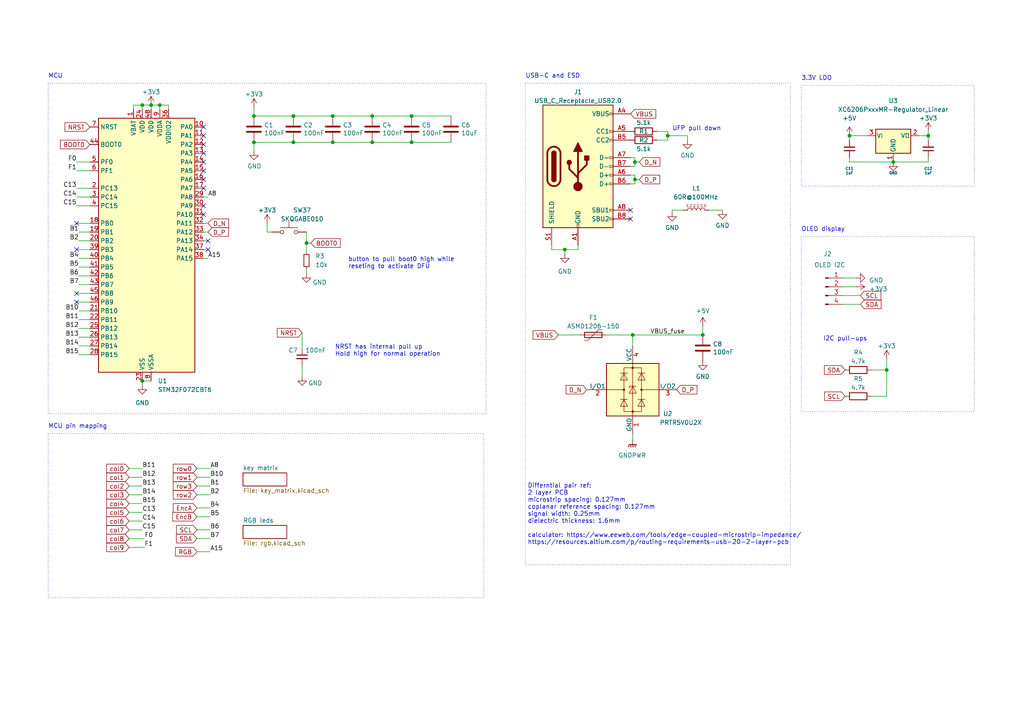
<source format=kicad_sch>
(kicad_sch (version 20230121) (generator eeschema)
  (paper "A4")
  (title_block (title "Hotswap Chiffre") (date "2023-07-13") (rev "0.2.2") (company "sporkus"))
  (lib_symbols
    (symbol "+5V_1" (power) (pin_names (offset 0))
      (property "Value" "+5V_1" (at 0 3.556 0))
      (symbol "+5V_1_0_1"
        (polyline (pts (xy -0.762 1.27) (xy 0 2.54)))
        (polyline (pts (xy 0 0) (xy 0 2.54)))
        (polyline (pts (xy 0 2.54) (xy 0.762 1.27)))
      )
      (symbol "+5V_1_1_1"
        (pin power_in line (at 0 0 90) (length 0) hide (name "+5V") (number "1"))
      )
    )
    (symbol "Connector:Conn_01x04_Pin" (pin_names (offset 1.016) hide)
      (property "Reference" "J" (at 0 5.08 0))
      (property "Value" "Conn_01x04_Pin" (at 0 -7.62 0))
      (symbol "Conn_01x04_Pin_1_1"
        (polyline (pts (xy 1.27 -5.08) (xy 0.8636 -5.08)) (stroke (width 0.1524)))
        (polyline (pts (xy 1.27 -2.54) (xy 0.8636 -2.54)) (stroke (width 0.1524)))
        (polyline (pts (xy 1.27 0) (xy 0.8636 0)) (stroke (width 0.1524)))
        (polyline (pts (xy 1.27 2.54) (xy 0.8636 2.54)) (stroke (width 0.1524)))
        (rectangle (start 0.8636 -4.953) (end 0 -5.207) (stroke (width 0.1524)) (fill (type outline)))
        (rectangle (start 0.8636 -2.413) (end 0 -2.667) (stroke (width 0.1524)) (fill (type outline)))
        (rectangle (start 0.8636 0.127) (end 0 -0.127) (stroke (width 0.1524)) (fill (type outline)))
        (rectangle (start 0.8636 2.667) (end 0 2.413) (stroke (width 0.1524)) (fill (type outline)))
        (pin passive line (at 5.08 2.54 180) (length 3.81) (name "Pin_1") (number "1"))
        (pin passive line (at 5.08 0 180) (length 3.81) (name "Pin_2") (number "2"))
        (pin passive line (at 5.08 -2.54 180) (length 3.81) (name "Pin_3") (number "3"))
        (pin passive line (at 5.08 -5.08 180) (length 3.81) (name "Pin_4") (number "4"))
      )
    )
    (symbol "Connector:USB_C_Receptacle_USB2.0" (pin_names (offset 1.016))
      (property "Reference" "J" (at -10.16 19.05 0))
      (property "Value" "USB_C_Receptacle_USB2.0" (at 19.05 19.05 0))
      (symbol "USB_C_Receptacle_USB2.0_0_0"
        (rectangle (start -0.254 -17.78) (end 0.254 -16.764))
        (rectangle (start 10.16 -14.986) (end 9.144 -15.494))
        (rectangle (start 10.16 -12.446) (end 9.144 -12.954))
        (rectangle (start 10.16 -4.826) (end 9.144 -5.334))
        (rectangle (start 10.16 -2.286) (end 9.144 -2.794))
        (rectangle (start 10.16 0.254) (end 9.144 -0.254))
        (rectangle (start 10.16 2.794) (end 9.144 2.286))
        (rectangle (start 10.16 7.874) (end 9.144 7.366))
        (rectangle (start 10.16 10.414) (end 9.144 9.906))
        (rectangle (start 10.16 15.494) (end 9.144 14.986))
      )
      (symbol "USB_C_Receptacle_USB2.0_0_1"
        (rectangle (start -10.16 17.78) (end 10.16 -17.78) (stroke (width 0.254)) (fill (type background)))
        (arc (start -8.89 -3.81) (mid -6.985 -5.7067) (end -5.08 -3.81) (stroke (width 0.508)))
        (arc (start -7.62 -3.81) (mid -6.985 -4.4423) (end -6.35 -3.81) (stroke (width 0.254)))
        (arc (start -7.62 -3.81) (mid -6.985 -4.4423) (end -6.35 -3.81) (stroke (width 0.254)) (fill (type outline)))
        (rectangle (start -7.62 -3.81) (end -6.35 3.81) (stroke (width 0.254)) (fill (type outline)))
        (arc (start -6.35 3.81) (mid -6.985 4.4423) (end -7.62 3.81) (stroke (width 0.254)))
        (arc (start -6.35 3.81) (mid -6.985 4.4423) (end -7.62 3.81) (stroke (width 0.254)) (fill (type outline)))
        (arc (start -5.08 3.81) (mid -6.985 5.7067) (end -8.89 3.81) (stroke (width 0.508)))
        (circle (center -2.54 1.143) (radius 0.635) (stroke (width 0.254)) (fill (type outline)))
        (circle (center 0 -5.842) (radius 1.27) (fill (type outline)))
        (polyline (pts (xy -8.89 -3.81) (xy -8.89 3.81)) (stroke (width 0.508)))
        (polyline (pts (xy -5.08 3.81) (xy -5.08 -3.81)) (stroke (width 0.508)))
        (polyline (pts (xy 0 -5.842) (xy 0 4.318)) (stroke (width 0.508)))
        (polyline (pts (xy 0 -3.302) (xy -2.54 -0.762) (xy -2.54 0.508)) (stroke (width 0.508)))
        (polyline (pts (xy 0 -2.032) (xy 2.54 0.508) (xy 2.54 1.778)) (stroke (width 0.508)))
        (polyline (pts (xy -1.27 4.318) (xy 0 6.858) (xy 1.27 4.318) (xy -1.27 4.318)) (stroke (width 0.254)) (fill (type outline)))
        (rectangle (start 1.905 1.778) (end 3.175 3.048) (stroke (width 0.254)) (fill (type outline)))
      )
      (symbol "USB_C_Receptacle_USB2.0_1_1"
        (pin passive line (at 0 -22.86 90) (length 5.08) (name "GND") (number "A1"))
        (pin passive line (at 0 -22.86 90) (length 5.08) hide (name "GND") (number "A12"))
        (pin passive line (at 15.24 15.24 180) (length 5.08) (name "VBUS") (number "A4"))
        (pin bidirectional line (at 15.24 10.16 180) (length 5.08) (name "CC1") (number "A5"))
        (pin bidirectional line (at 15.24 -2.54 180) (length 5.08) (name "D+") (number "A6"))
        (pin bidirectional line (at 15.24 2.54 180) (length 5.08) (name "D-") (number "A7"))
        (pin bidirectional line (at 15.24 -12.7 180) (length 5.08) (name "SBU1") (number "A8"))
        (pin passive line (at 15.24 15.24 180) (length 5.08) hide (name "VBUS") (number "A9"))
        (pin passive line (at 0 -22.86 90) (length 5.08) hide (name "GND") (number "B1"))
        (pin passive line (at 0 -22.86 90) (length 5.08) hide (name "GND") (number "B12"))
        (pin passive line (at 15.24 15.24 180) (length 5.08) hide (name "VBUS") (number "B4"))
        (pin bidirectional line (at 15.24 7.62 180) (length 5.08) (name "CC2") (number "B5"))
        (pin bidirectional line (at 15.24 -5.08 180) (length 5.08) (name "D+") (number "B6"))
        (pin bidirectional line (at 15.24 0 180) (length 5.08) (name "D-") (number "B7"))
        (pin bidirectional line (at 15.24 -15.24 180) (length 5.08) (name "SBU2") (number "B8"))
        (pin passive line (at 15.24 15.24 180) (length 5.08) hide (name "VBUS") (number "B9"))
        (pin passive line (at -7.62 -22.86 90) (length 5.08) (name "SHIELD") (number "S1"))
      )
    )
    (symbol "Device:C" (pin_numbers hide) (pin_names (offset 0.254))
      (property "Reference" "C" (at 0.635 2.54 0))
      (property "Value" "C" (at 0.635 -2.54 0))
      (symbol "C_0_1"
        (polyline (pts (xy -2.032 -0.762) (xy 2.032 -0.762)) (stroke (width 0.508)))
        (polyline (pts (xy -2.032 0.762) (xy 2.032 0.762)) (stroke (width 0.508)))
      )
      (symbol "C_1_1"
        (pin passive line (at 0 3.81 270) (length 2.794) (name "~") (number "1"))
        (pin passive line (at 0 -3.81 90) (length 2.794) (name "~") (number "2"))
      )
    )
    (symbol "Device:C_Small" (pin_numbers hide) (pin_names (offset 0.254) hide)
      (property "Reference" "C" (at 0.254 1.778 0))
      (property "Value" "C_Small" (at 0.254 -2.032 0))
      (symbol "C_Small_0_1"
        (polyline (pts (xy -1.524 -0.508) (xy 1.524 -0.508)) (stroke (width 0.3302)))
        (polyline (pts (xy -1.524 0.508) (xy 1.524 0.508)) (stroke (width 0.3048)))
      )
      (symbol "C_Small_1_1"
        (pin passive line (at 0 2.54 270) (length 2.032) (name "~") (number "1"))
        (pin passive line (at 0 -2.54 90) (length 2.032) (name "~") (number "2"))
      )
    )
    (symbol "Device:Polyfuse" (pin_numbers hide) (pin_names (offset 0))
      (property "Reference" "F" (at -2.54 0 90))
      (property "Value" "Polyfuse" (at 2.54 0 90))
      (symbol "Polyfuse_0_1"
        (rectangle (start -0.762 2.54) (end 0.762 -2.54) (stroke (width 0.254)))
        (polyline (pts (xy 0 2.54) (xy 0 -2.54)))
        (polyline (pts (xy -1.524 2.54) (xy -1.524 1.524) (xy 1.524 -1.524) (xy 1.524 -2.54)))
      )
      (symbol "Polyfuse_1_1"
        (pin passive line (at 0 3.81 270) (length 1.27) (name "~") (number "1"))
        (pin passive line (at 0 -3.81 90) (length 1.27) (name "~") (number "2"))
      )
    )
    (symbol "Device:R" (pin_numbers hide) (pin_names (offset 0))
      (property "Reference" "R" (at 2.032 0 90))
      (property "Value" "R" (at 0 0 90))
      (symbol "R_0_1"
        (rectangle (start -1.016 -2.54) (end 1.016 2.54) (stroke (width 0.254)))
      )
      (symbol "R_1_1"
        (pin passive line (at 0 3.81 270) (length 1.27) (name "~") (number "1"))
        (pin passive line (at 0 -3.81 90) (length 1.27) (name "~") (number "2"))
      )
    )
    (symbol "Device:R_Small" (pin_numbers hide) (pin_names (offset 0.254) hide)
      (property "Reference" "R" (at 0.762 0.508 0))
      (property "Value" "R_Small" (at 0.762 -1.016 0))
      (symbol "R_Small_0_1"
        (rectangle (start -0.762 1.778) (end 0.762 -1.778) (stroke (width 0.2032)))
      )
      (symbol "R_Small_1_1"
        (pin passive line (at 0 2.54 270) (length 0.762) (name "~") (number "1"))
        (pin passive line (at 0 -2.54 90) (length 0.762) (name "~") (number "2"))
      )
    )
    (symbol "MCU_ST_STM32F0:STM32F072CBTx"
      (property "Reference" "U" (at -12.7 39.37 0))
      (property "Value" "STM32F072CBTx" (at 10.16 39.37 0))
      (symbol "STM32F072CBTx_0_1"
        (rectangle (start -12.7 -35.56) (end 15.24 38.1) (stroke (width 0.254)) (fill (type background)))
      )
      (symbol "STM32F072CBTx_1_1"
        (pin power_in line (at -2.54 40.64 270) (length 2.54) (name "VBAT") (number "1"))
        (pin bidirectional line (at 17.78 35.56 180) (length 2.54) (name "PA0") (number "10"))
        (pin bidirectional line (at 17.78 33.02 180) (length 2.54) (name "PA1") (number "11"))
        (pin bidirectional line (at 17.78 30.48 180) (length 2.54) (name "PA2") (number "12"))
        (pin bidirectional line (at 17.78 27.94 180) (length 2.54) (name "PA3") (number "13"))
        (pin bidirectional line (at 17.78 25.4 180) (length 2.54) (name "PA4") (number "14"))
        (pin bidirectional line (at 17.78 22.86 180) (length 2.54) (name "PA5") (number "15"))
        (pin bidirectional line (at 17.78 20.32 180) (length 2.54) (name "PA6") (number "16"))
        (pin bidirectional line (at 17.78 17.78 180) (length 2.54) (name "PA7") (number "17"))
        (pin bidirectional line (at -15.24 7.62 0) (length 2.54) (name "PB0") (number "18"))
        (pin bidirectional line (at -15.24 5.08 0) (length 2.54) (name "PB1") (number "19"))
        (pin bidirectional line (at -15.24 17.78 0) (length 2.54) (name "PC13") (number "2"))
        (pin bidirectional line (at -15.24 2.54 0) (length 2.54) (name "PB2") (number "20"))
        (pin bidirectional line (at -15.24 -17.78 0) (length 2.54) (name "PB10") (number "21"))
        (pin bidirectional line (at -15.24 -20.32 0) (length 2.54) (name "PB11") (number "22"))
        (pin power_in line (at 0 -38.1 90) (length 2.54) (name "VSS") (number "23"))
        (pin power_in line (at 0 40.64 270) (length 2.54) (name "VDD") (number "24"))
        (pin bidirectional line (at -15.24 -22.86 0) (length 2.54) (name "PB12") (number "25"))
        (pin bidirectional line (at -15.24 -25.4 0) (length 2.54) (name "PB13") (number "26"))
        (pin bidirectional line (at -15.24 -27.94 0) (length 2.54) (name "PB14") (number "27"))
        (pin bidirectional line (at -15.24 -30.48 0) (length 2.54) (name "PB15") (number "28"))
        (pin bidirectional line (at 17.78 15.24 180) (length 2.54) (name "PA8") (number "29"))
        (pin bidirectional line (at -15.24 15.24 0) (length 2.54) (name "PC14") (number "3"))
        (pin bidirectional line (at 17.78 12.7 180) (length 2.54) (name "PA9") (number "30"))
        (pin bidirectional line (at 17.78 10.16 180) (length 2.54) (name "PA10") (number "31"))
        (pin bidirectional line (at 17.78 7.62 180) (length 2.54) (name "PA11") (number "32"))
        (pin bidirectional line (at 17.78 5.08 180) (length 2.54) (name "PA12") (number "33"))
        (pin bidirectional line (at 17.78 2.54 180) (length 2.54) (name "PA13") (number "34"))
        (pin passive line (at 0 -38.1 90) (length 2.54) hide (name "VSS") (number "35"))
        (pin power_in line (at 7.62 40.64 270) (length 2.54) (name "VDDIO2") (number "36"))
        (pin bidirectional line (at 17.78 0 180) (length 2.54) (name "PA14") (number "37"))
        (pin bidirectional line (at 17.78 -2.54 180) (length 2.54) (name "PA15") (number "38"))
        (pin bidirectional line (at -15.24 0 0) (length 2.54) (name "PB3") (number "39"))
        (pin bidirectional line (at -15.24 12.7 0) (length 2.54) (name "PC15") (number "4"))
        (pin bidirectional line (at -15.24 -2.54 0) (length 2.54) (name "PB4") (number "40"))
        (pin bidirectional line (at -15.24 -5.08 0) (length 2.54) (name "PB5") (number "41"))
        (pin bidirectional line (at -15.24 -7.62 0) (length 2.54) (name "PB6") (number "42"))
        (pin bidirectional line (at -15.24 -10.16 0) (length 2.54) (name "PB7") (number "43"))
        (pin input line (at -15.24 30.48 0) (length 2.54) (name "BOOT0") (number "44"))
        (pin bidirectional line (at -15.24 -12.7 0) (length 2.54) (name "PB8") (number "45"))
        (pin bidirectional line (at -15.24 -15.24 0) (length 2.54) (name "PB9") (number "46"))
        (pin passive line (at 0 -38.1 90) (length 2.54) hide (name "VSS") (number "47"))
        (pin power_in line (at 2.54 40.64 270) (length 2.54) (name "VDD") (number "48"))
        (pin bidirectional line (at -15.24 25.4 0) (length 2.54) (name "PF0") (number "5"))
        (pin bidirectional line (at -15.24 22.86 0) (length 2.54) (name "PF1") (number "6"))
        (pin input line (at -15.24 35.56 0) (length 2.54) (name "NRST") (number "7"))
        (pin power_in line (at 2.54 -38.1 90) (length 2.54) (name "VSSA") (number "8"))
        (pin power_in line (at 5.08 40.64 270) (length 2.54) (name "VDDA") (number "9"))
      )
    )
    (symbol "Power_Protection:PRTR5V0U2X" (pin_names (offset 0))
      (property "Reference" "D" (at 2.794 8.636 0))
      (property "Value" "PRTR5V0U2X" (at 8.128 -9.398 0))
      (symbol "PRTR5V0U2X_0_1"
        (rectangle (start -7.62 -7.62) (end 7.62 7.62) (stroke (width 0.254)) (fill (type background)))
        (circle (center -2.54 0) (radius 0.254) (fill (type outline)))
        (rectangle (start -2.54 6.35) (end 2.54 -6.35))
        (circle (center 0 -6.35) (radius 0.254) (fill (type outline)))
        (polyline (pts (xy -2.54 0) (xy -7.62 0)))
        (polyline (pts (xy -1.524 -2.794) (xy -3.556 -2.794)))
        (polyline (pts (xy -1.524 4.826) (xy -3.556 4.826)))
        (polyline (pts (xy 0 -7.62) (xy 0 7.62)))
        (polyline (pts (xy 1.524 -2.794) (xy 3.556 -2.794)))
        (polyline (pts (xy 1.524 4.826) (xy 3.556 4.826)))
        (polyline (pts (xy 2.54 0) (xy 7.62 0)))
        (polyline (pts (xy 1.016 1.016) (xy -1.016 1.016) (xy -1.016 0.508)))
        (polyline (pts (xy -3.556 -4.826) (xy -1.524 -4.826) (xy -2.54 -2.794) (xy -3.556 -4.826)))
        (polyline (pts (xy -3.556 2.794) (xy -1.524 2.794) (xy -2.54 4.826) (xy -3.556 2.794)))
        (polyline (pts (xy -1.016 -1.016) (xy 1.016 -1.016) (xy 0 1.016) (xy -1.016 -1.016)))
        (polyline (pts (xy 3.556 -4.826) (xy 1.524 -4.826) (xy 2.54 -2.794) (xy 3.556 -4.826)))
        (polyline (pts (xy 3.556 2.794) (xy 1.524 2.794) (xy 2.54 4.826) (xy 3.556 2.794)))
        (circle (center 0 6.35) (radius 0.254) (fill (type outline)))
        (circle (center 2.54 0) (radius 0.254) (fill (type outline)))
      )
      (symbol "PRTR5V0U2X_1_1"
        (pin passive line (at 0 -12.7 90) (length 5.08) (name "GND") (number "1"))
        (pin passive line (at -12.7 0 0) (length 5.08) (name "I/O1") (number "2"))
        (pin passive line (at 12.7 0 180) (length 5.08) (name "I/O2") (number "3"))
        (pin passive line (at 0 12.7 270) (length 5.08) (name "VCC") (number "4"))
      )
    )
    (symbol "Switch:SW_Push" (pin_numbers hide) (pin_names (offset 1.016) hide)
      (property "Reference" "SW" (at 1.27 2.54 0))
      (property "Value" "SW_Push" (at 0 -1.524 0))
      (symbol "SW_Push_0_1"
        (circle (center -2.032 0) (radius 0.508))
        (polyline (pts (xy 0 1.27) (xy 0 3.048)))
        (polyline (pts (xy 2.54 1.27) (xy -2.54 1.27)))
        (circle (center 2.032 0) (radius 0.508))
        (pin passive line (at -5.08 0 0) (length 2.54) (name "1") (number "1"))
        (pin passive line (at 5.08 0 180) (length 2.54) (name "2") (number "2"))
      )
    )
    (symbol "Unified-Daughterboard-rescue:L_Core_Ferrite-Device" (pin_numbers hide) (pin_names (offset 1.016) hide)
      (property "Reference" "L" (at -1.27 0 90))
      (property "Value" "Device_L_Core_Ferrite" (at 2.794 0 90))
      (symbol "L_Core_Ferrite-Device_0_1"
        (arc (start 0 -2.54) (mid 0.6323 -1.905) (end 0 -1.27))
        (arc (start 0 -1.27) (mid 0.6323 -0.635) (end 0 0))
        (polyline (pts (xy 1.016 -2.794) (xy 1.016 -2.286)))
        (polyline (pts (xy 1.016 -1.778) (xy 1.016 -1.27)))
        (polyline (pts (xy 1.016 -0.762) (xy 1.016 -0.254)))
        (polyline (pts (xy 1.016 0.254) (xy 1.016 0.762)))
        (polyline (pts (xy 1.016 1.27) (xy 1.016 1.778)))
        (polyline (pts (xy 1.016 2.286) (xy 1.016 2.794)))
        (polyline (pts (xy 1.524 -2.286) (xy 1.524 -2.794)))
        (polyline (pts (xy 1.524 -1.27) (xy 1.524 -1.778)))
        (polyline (pts (xy 1.524 -0.254) (xy 1.524 -0.762)))
        (polyline (pts (xy 1.524 0.762) (xy 1.524 0.254)))
        (polyline (pts (xy 1.524 1.778) (xy 1.524 1.27)))
        (polyline (pts (xy 1.524 2.794) (xy 1.524 2.286)))
        (arc (start 0 0) (mid 0.6323 0.635) (end 0 1.27))
        (arc (start 0 1.27) (mid 0.6323 1.905) (end 0 2.54))
      )
      (symbol "L_Core_Ferrite-Device_1_1"
        (pin passive line (at 0 3.81 270) (length 1.27) (name "1") (number "1"))
        (pin passive line (at 0 -3.81 90) (length 1.27) (name "2") (number "2"))
      )
    )
    (symbol "kicad-keyboard-parts:XC6206PxxxMR-Regulator_Linear" (pin_names (offset 0.254))
      (property "Reference" "U" (at -3.81 3.175 0))
      (property "Value" "XC6206PxxxMR-Regulator_Linear" (at 0 3.175 0))
      (property "LCSC" "C5446" (at 0 0 0))
      (symbol "XC6206PxxxMR-Regulator_Linear_0_1"
        (rectangle (start -5.08 1.905) (end 5.08 -5.08) (stroke (width 0.254)) (fill (type background)))
      )
      (symbol "XC6206PxxxMR-Regulator_Linear_1_1"
        (pin power_in line (at 0 -7.62 90) (length 2.54) (name "GND") (number "1"))
        (pin power_out line (at 7.62 0 180) (length 2.54) (name "VO") (number "2"))
        (pin power_in line (at -7.62 0 0) (length 2.54) (name "VI") (number "3"))
      )
    )
    (symbol "power:+3V3" (power) (pin_names (offset 0))
      (property "Value" "+3V3" (at 0 3.556 0))
      (symbol "+3V3_0_1"
        (polyline (pts (xy -0.762 1.27) (xy 0 2.54)))
        (polyline (pts (xy 0 0) (xy 0 2.54)))
        (polyline (pts (xy 0 2.54) (xy 0.762 1.27)))
      )
      (symbol "+3V3_1_1"
        (pin power_in line (at 0 0 90) (length 0) hide (name "+3V3") (number "1"))
      )
    )
    (symbol "power:+5V" (power) (pin_names (offset 0))
      (property "Value" "+5V" (at 0 3.556 0))
      (symbol "+5V_0_1"
        (polyline (pts (xy -0.762 1.27) (xy 0 2.54)))
        (polyline (pts (xy 0 0) (xy 0 2.54)))
        (polyline (pts (xy 0 2.54) (xy 0.762 1.27)))
      )
      (symbol "+5V_1_1"
        (pin power_in line (at 0 0 90) (length 0) hide (name "+5V") (number "1"))
      )
    )
    (symbol "power:GND" (power) (pin_names (offset 0))
      (property "Value" "GND" (at 0 -3.81 0))
      (symbol "GND_0_1"
        (polyline (pts (xy 0 0) (xy 0 -1.27) (xy 1.27 -1.27) (xy 0 -2.54) (xy -1.27 -1.27) (xy 0 -1.27)))
      )
      (symbol "GND_1_1"
        (pin power_in line (at 0 0 270) (length 0) hide (name "GND") (number "1"))
      )
    )
    (symbol "power:GNDPWR" (power) (pin_names (offset 0))
      (property "Value" "GNDPWR" (at 0 -3.302 0))
      (symbol "GNDPWR_0_1"
        (polyline (pts (xy 0 -1.27) (xy 0 0)))
        (polyline (pts (xy -1.016 -1.27) (xy -1.27 -2.032) (xy -1.27 -2.032)) (stroke (width 0.2032)))
        (polyline (pts (xy -0.508 -1.27) (xy -0.762 -2.032) (xy -0.762 -2.032)) (stroke (width 0.2032)))
        (polyline (pts (xy 0 -1.27) (xy -0.254 -2.032) (xy -0.254 -2.032)) (stroke (width 0.2032)))
        (polyline (pts (xy 0.508 -1.27) (xy 0.254 -2.032) (xy 0.254 -2.032)) (stroke (width 0.2032)))
        (polyline (pts (xy 1.016 -1.27) (xy -1.016 -1.27) (xy -1.016 -1.27)) (stroke (width 0.2032)))
        (polyline (pts (xy 1.016 -1.27) (xy 0.762 -2.032) (xy 0.762 -2.032) (xy 0.762 -2.032)) (stroke (width 0.2032)))
      )
      (symbol "GNDPWR_1_1"
        (pin power_in line (at 0 0 270) (length 0) hide (name "GNDPWR") (number "1"))
      )
    )
  )
  (junction (at 163.83 72.39))
  (junction (at 41.275 110.49))
  (junction (at 107.95 33.655))
  (junction (at 41.275 30.48))
  (junction (at 43.815 30.48))
  (junction (at 269.24 39.37))
  (junction (at 46.355 30.48))
  (junction (at 85.09 33.655))
  (junction (at 184.15 52.07))
  (junction (at 184.15 46.99))
  (junction (at 193.675 39.37))
  (junction (at 96.52 33.655))
  (junction (at 259.08 46.99) (diameter 0.9144))
  (junction (at 203.835 97.155))
  (junction (at 257.175 107.315))
  (junction (at 119.38 33.655))
  (junction (at 183.515 97.155))
  (junction (at 119.38 41.275))
  (junction (at 85.09 41.275))
  (junction (at 73.66 41.275))
  (junction (at 88.9 70.485))
  (junction (at 73.66 33.655))
  (junction (at 96.52 41.275))
  (junction (at 246.38 39.37) (diameter 0.9144))
  (junction (at 107.95 41.275))
  (no_connect (at 59.055 39.37))
  (no_connect (at 59.055 46.99))
  (no_connect (at 59.055 52.07))
  (no_connect (at 22.225 64.77))
  (no_connect (at 22.225 87.63))
  (no_connect (at 59.055 44.45))
  (no_connect (at 59.055 54.61))
  (no_connect (at 59.055 59.69))
  (no_connect (at 59.055 49.53))
  (no_connect (at 60.325 69.85))
  (no_connect (at 59.055 36.83))
  (no_connect (at 182.88 60.96))
  (no_connect (at 60.325 72.39))
  (no_connect (at 22.225 85.09))
  (no_connect (at 59.055 62.23))
  (no_connect (at 182.88 63.5))
  (no_connect (at 22.225 72.39))
  (no_connect (at 59.055 41.91))
  (wire (pts (xy 41.275 111.76) (xy 41.275 110.49)))
  (wire (pts (xy 88.9 78.105) (xy 88.9 79.375)))
  (wire (pts (xy 107.95 41.275) (xy 119.38 41.275)))
  (wire (pts (xy 77.47 67.31) (xy 77.47 64.77)))
  (wire (pts (xy 248.285 80.645) (xy 244.475 80.645)))
  (wire (pts (xy 259.08 46.99) (xy 269.24 46.99)))
  (wire (pts (xy 60.325 57.15) (xy 59.055 57.15)))
  (wire (pts (xy 22.225 57.15) (xy 26.035 57.15)))
  (wire (pts (xy 160.02 72.39) (xy 163.83 72.39)))
  (wire (pts (xy 269.24 38.1) (xy 269.24 39.37)))
  (wire (pts (xy 184.15 45.72) (xy 184.15 46.99)))
  (wire (pts (xy 85.09 33.655) (xy 73.66 33.655)))
  (wire (pts (xy 96.52 41.275) (xy 107.95 41.275)))
  (wire (pts (xy 199.39 39.37) (xy 199.39 40.64)))
  (wire (pts (xy 22.86 92.71) (xy 26.035 92.71)))
  (wire (pts (xy 161.925 97.155) (xy 168.275 97.155)))
  (wire (pts (xy 41.275 30.48) (xy 43.815 30.48)))
  (wire (pts (xy 193.675 39.37) (xy 193.675 38.1)))
  (wire (pts (xy 88.9 67.31) (xy 88.9 70.485)))
  (wire (pts (xy 22.86 100.33) (xy 26.035 100.33)))
  (wire (pts (xy 57.15 140.97) (xy 60.96 140.97)))
  (wire (pts (xy 37.465 156.21) (xy 41.91 156.21)))
  (wire (pts (xy 46.355 30.48) (xy 43.815 30.48)))
  (wire (pts (xy 37.465 138.43) (xy 41.275 138.43)))
  (wire (pts (xy 184.15 50.8) (xy 184.15 52.07)))
  (wire (pts (xy 22.225 54.61) (xy 26.035 54.61)))
  (wire (pts (xy 269.24 39.37) (xy 269.24 40.64)))
  (wire (pts (xy 38.735 30.48) (xy 38.735 31.75)))
  (wire (pts (xy 209.55 60.96) (xy 205.74 60.96)))
  (wire (pts (xy 167.64 72.39) (xy 167.64 71.12)))
  (wire (pts (xy 22.86 97.79) (xy 26.035 97.79)))
  (wire (pts (xy 37.465 140.97) (xy 41.275 140.97)))
  (wire (pts (xy 60.325 67.31) (xy 59.055 67.31)))
  (wire (pts (xy 160.02 71.12) (xy 160.02 72.39)))
  (wire (pts (xy 22.225 87.63) (xy 26.035 87.63)))
  (wire (pts (xy 57.15 138.43) (xy 60.96 138.43)))
  (wire (pts (xy 46.355 30.48) (xy 46.355 31.75)))
  (wire (pts (xy 183.515 125.73) (xy 183.515 127.635)))
  (wire (pts (xy 37.465 135.89) (xy 41.275 135.89)))
  (wire (pts (xy 252.73 114.935) (xy 257.175 114.935)))
  (wire (pts (xy 88.9 70.485) (xy 88.9 73.025)))
  (wire (pts (xy 184.15 53.34) (xy 184.15 52.07)))
  (wire (pts (xy 37.465 158.75) (xy 41.91 158.75)))
  (wire (pts (xy 249.555 85.725) (xy 244.475 85.725)))
  (wire (pts (xy 22.86 90.17) (xy 26.035 90.17)))
  (wire (pts (xy 87.63 109.22) (xy 87.63 106.045)))
  (wire (pts (xy 22.86 74.93) (xy 26.035 74.93)))
  (wire (pts (xy 37.465 153.67) (xy 41.275 153.67)))
  (wire (pts (xy 182.88 48.26) (xy 184.15 48.26)))
  (wire (pts (xy 163.83 72.39) (xy 167.64 72.39)))
  (wire (pts (xy 249.555 88.265) (xy 244.475 88.265)))
  (wire (pts (xy 48.895 30.48) (xy 48.895 31.75)))
  (wire (pts (xy 22.86 77.47) (xy 26.035 77.47)))
  (wire (pts (xy 119.38 41.275) (xy 130.81 41.275)))
  (wire (pts (xy 22.225 46.99) (xy 26.035 46.99)))
  (wire (pts (xy 269.24 45.72) (xy 269.24 46.99)))
  (wire (pts (xy 57.15 153.67) (xy 60.96 153.67)))
  (wire (pts (xy 107.95 33.655) (xy 119.38 33.655)))
  (wire (pts (xy 266.7 39.37) (xy 269.24 39.37)))
  (wire (pts (xy 194.945 60.96) (xy 198.12 60.96)))
  (wire (pts (xy 246.38 39.37) (xy 251.46 39.37)))
  (wire (pts (xy 87.63 96.52) (xy 87.63 100.965)))
  (wire (pts (xy 46.355 30.48) (xy 48.895 30.48)))
  (wire (pts (xy 57.15 147.32) (xy 60.96 147.32)))
  (wire (pts (xy 22.225 59.69) (xy 26.035 59.69)))
  (wire (pts (xy 73.66 43.815) (xy 73.66 41.275)))
  (wire (pts (xy 246.38 39.37) (xy 246.38 40.64)))
  (wire (pts (xy 190.5 38.1) (xy 193.675 38.1)))
  (wire (pts (xy 22.86 95.25) (xy 26.035 95.25)))
  (wire (pts (xy 96.52 33.655) (xy 107.95 33.655)))
  (wire (pts (xy 193.675 39.37) (xy 199.39 39.37)))
  (wire (pts (xy 203.835 94.615) (xy 203.835 97.155)))
  (wire (pts (xy 22.86 80.01) (xy 26.035 80.01)))
  (wire (pts (xy 60.325 64.77) (xy 59.055 64.77)))
  (wire (pts (xy 194.945 61.595) (xy 194.945 60.96)))
  (wire (pts (xy 182.88 50.8) (xy 184.15 50.8)))
  (wire (pts (xy 22.225 72.39) (xy 26.035 72.39)))
  (wire (pts (xy 182.88 53.34) (xy 184.15 53.34)))
  (wire (pts (xy 22.86 67.31) (xy 26.035 67.31)))
  (wire (pts (xy 22.225 64.77) (xy 26.035 64.77)))
  (wire (pts (xy 60.325 72.39) (xy 59.055 72.39)))
  (wire (pts (xy 57.15 149.86) (xy 60.96 149.86)))
  (wire (pts (xy 22.86 102.87) (xy 26.035 102.87)))
  (wire (pts (xy 22.225 49.53) (xy 26.035 49.53)))
  (wire (pts (xy 78.74 67.31) (xy 77.47 67.31)))
  (wire (pts (xy 57.15 143.51) (xy 60.96 143.51)))
  (wire (pts (xy 190.5 40.64) (xy 193.675 40.64)))
  (wire (pts (xy 182.88 45.72) (xy 184.15 45.72)))
  (wire (pts (xy 37.465 151.13) (xy 41.275 151.13)))
  (wire (pts (xy 183.515 97.155) (xy 203.835 97.155)))
  (wire (pts (xy 183.515 97.155) (xy 183.515 100.33)))
  (wire (pts (xy 257.175 107.315) (xy 252.73 107.315)))
  (wire (pts (xy 246.38 45.72) (xy 246.38 46.99)))
  (wire (pts (xy 170.18 113.03) (xy 170.815 113.03)))
  (wire (pts (xy 22.86 82.55) (xy 26.035 82.55)))
  (wire (pts (xy 60.96 135.89) (xy 57.15 135.89)))
  (wire (pts (xy 37.465 148.59) (xy 41.275 148.59)))
  (wire (pts (xy 259.08 46.99) (xy 246.38 46.99)))
  (wire (pts (xy 60.325 69.85) (xy 59.055 69.85)))
  (wire (pts (xy 37.465 143.51) (xy 41.275 143.51)))
  (wire (pts (xy 22.86 69.85) (xy 26.035 69.85)))
  (wire (pts (xy 85.09 41.275) (xy 96.52 41.275)))
  (wire (pts (xy 163.83 73.66) (xy 163.83 72.39)))
  (wire (pts (xy 175.895 97.155) (xy 183.515 97.155)))
  (wire (pts (xy 60.96 160.02) (xy 57.15 160.02)))
  (wire (pts (xy 248.285 83.185) (xy 244.475 83.185)))
  (wire (pts (xy 193.675 40.64) (xy 193.675 39.37)))
  (wire (pts (xy 37.465 146.05) (xy 41.275 146.05)))
  (wire (pts (xy 41.275 110.49) (xy 43.815 110.49)))
  (wire (pts (xy 184.15 46.99) (xy 184.15 48.26)))
  (wire (pts (xy 60.325 74.93) (xy 59.055 74.93)))
  (wire (pts (xy 119.38 33.655) (xy 130.81 33.655)))
  (wire (pts (xy 85.09 33.655) (xy 96.52 33.655)))
  (wire (pts (xy 43.815 30.48) (xy 43.815 31.75)))
  (wire (pts (xy 41.275 30.48) (xy 41.275 31.75)))
  (wire (pts (xy 184.15 52.07) (xy 185.42 52.07)))
  (wire (pts (xy 38.735 30.48) (xy 41.275 30.48)))
  (wire (pts (xy 57.15 156.21) (xy 60.96 156.21)))
  (wire (pts (xy 73.66 31.115) (xy 73.66 33.655)))
  (wire (pts (xy 257.175 104.14) (xy 257.175 107.315)))
  (wire (pts (xy 88.9 70.485) (xy 90.17 70.485)))
  (wire (pts (xy 184.15 46.99) (xy 185.42 46.99)))
  (wire (pts (xy 85.09 41.275) (xy 73.66 41.275)))
  (wire (pts (xy 257.175 114.935) (xy 257.175 107.315)))
  (wire (pts (xy 22.225 85.09) (xy 26.035 85.09)))
  (rectangle (start 232.41 24.765) (end 282.575 53.975) (stroke (width 0) (type dot)))
  (rectangle (start 13.97 125.73) (end 140.335 173.355) (stroke (width 0) (type dot)))
  (rectangle (start 232.41 68.58) (end 282.575 119.38) (stroke (width 0) (type dot)))
  (rectangle (start 152.4 24.13) (end 229.235 163.83) (stroke (width 0) (type dot)))
  (rectangle (start 13.97 24.13) (end 140.97 120.015) (stroke (width 0) (type dot)))
  (text "button to pull boot0 high while \nreseting to activate DFU" (at 100.965 78.105 0) (effects (font (size 1.27 1.27)) (justify left bottom)))
  (text "I2C pull-ups" (at 238.76 99.06 0) (effects (font (size 1.27 1.27)) (justify left bottom)))
  (text "UFP pull down" (at 194.945 38.1 0) (effects (font (size 1.27 1.27)) (justify left bottom)))
  (text "MCU pin mapping" (at 13.97 124.46 0) (effects (font (size 1.27 1.27)) (justify left bottom)))
  (text "MCU" (at 13.97 22.86 0) (effects (font (size 1.27 1.27)) (justify left bottom)))
  (text "3.3V LDO" (at 232.41 23.495 0) (effects (font (size 1.27 1.27)) (justify left bottom)))
  (text "USB-C and ESD" (at 152.4 22.86 0) (effects (font (size 1.27 1.27)) (justify left bottom)))
  (text "OLED display" (at 232.41 67.31 0) (effects (font (size 1.27 1.27)) (justify left bottom)))
  (text "NRST has internal pull up\nHold high for normal operation" (at 97.155 103.505 0) (effects (font (size 1.27 1.27)) (justify left bottom)))
  (text "Differntial pair ref:\n2 layer PCB\nmicrostrip spacing: 0.127mm\ncoplanar reference spacing: 0.127mm\nsignal width: 0.25mm\ndielectric thickness: 1.6mm\n\ncalculator: https://www.eeweb.com/tools/edge-coupled-microstrip-impedance/\nhttps://resources.altium.com/p/routing-requirements-usb-20-2-layer-pcb" (at 153.035 158.115 0) (effects (font (size 1.27 1.27)) (justify left bottom)))
  (label "B15" (at 41.275 146.05 0))
  (label "F0" (at 22.225 46.99 180))
  (label "B5" (at 22.86 77.47 180))
  (label "C15" (at 22.225 59.69 180))
  (label "B11" (at 41.275 135.89 0))
  (label "B13" (at 22.86 97.79 180))
  (label "C14" (at 22.225 57.15 180))
  (label "B11" (at 22.86 92.71 180))
  (label "A15" (at 60.96 160.02 0))
  (label "B13" (at 41.275 140.97 0))
  (label "B10" (at 22.86 90.17 180))
  (label "VBUS_fuse" (at 188.595 97.155 0))
  (label "B6" (at 22.86 80.01 180))
  (label "B2" (at 22.86 69.85 180))
  (label "A15" (at 60.325 74.93 0))
  (label "A8" (at 60.325 57.15 0))
  (label "B15" (at 22.86 102.87 180))
  (label "A8" (at 60.96 135.89 0))
  (label "B5" (at 60.96 149.86 0))
  (label "B4" (at 60.96 147.32 0))
  (label "B6" (at 60.96 153.67 0))
  (label "B1" (at 60.96 140.97 0))
  (label "C13" (at 41.275 148.59 0))
  (label "F1" (at 22.225 49.53 180))
  (label "B4" (at 22.86 74.93 180))
  (label "B12" (at 22.86 95.25 180))
  (label "B1" (at 22.86 67.31 180))
  (label "B7" (at 22.86 82.55 180))
  (label "B14" (at 22.86 100.33 180))
  (label "C14" (at 41.275 151.13 0))
  (label "B7" (at 60.96 156.21 0))
  (label "C13" (at 22.225 54.61 180))
  (label "B2" (at 60.96 143.51 0))
  (label "B10" (at 60.96 138.43 0))
  (label "B14" (at 41.275 143.51 0))
  (label "C15" (at 41.275 153.67 0))
  (label "F0" (at 41.91 156.21 0))
  (label "B12" (at 41.275 138.43 0))
  (label "F1" (at 41.91 158.75 0))
  (global_label "col4" (shape input) (at 37.465 146.05 180) (property "Intersheetrefs" "${INTERSHEET_REFS}" (effects hide)))
  (global_label "D_N" (shape input) (at 170.18 113.03 180) (property "Intersheetrefs" "${INTERSHEET_REFS}" (effects hide)))
  (global_label "D_P" (shape input) (at 185.42 52.07 0) (property "Intersheetrefs" "${INTERSHEET_REFS}" (effects hide)))
  (global_label "row2" (shape input) (at 57.15 143.51 180) (property "Intersheetrefs" "${INTERSHEET_REFS}" (effects hide)))
  (global_label "VBUS" (shape input) (at 161.925 97.155 180) (property "Intersheetrefs" "${INTERSHEET_REFS}" (effects hide)))
  (global_label "col0" (shape input) (at 37.465 135.89 180) (property "Intersheetrefs" "${INTERSHEET_REFS}" (effects hide)))
  (global_label "col6" (shape input) (at 37.465 151.13 180) (property "Intersheetrefs" "${INTERSHEET_REFS}" (effects hide)))
  (global_label "D_P" (shape input) (at 196.215 113.03 0) (property "Intersheetrefs" "${INTERSHEET_REFS}" (effects hide)))
  (global_label "BOOT0" (shape input) (at 90.17 70.485 0) (property "Intersheetrefs" "${INTERSHEET_REFS}" (effects hide)))
  (global_label "SCL" (shape input) (at 249.555 85.725 0) (property "Intersheetrefs" "${INTERSHEET_REFS}" (effects hide)))
  (global_label "col2" (shape input) (at 37.465 140.97 180) (property "Intersheetrefs" "${INTERSHEET_REFS}" (effects hide)))
  (global_label "EncB" (shape input) (at 57.15 149.86 180) (property "Intersheetrefs" "${INTERSHEET_REFS}" (effects hide)))
  (global_label "col5" (shape input) (at 37.465 148.59 180) (property "Intersheetrefs" "${INTERSHEET_REFS}" (effects hide)))
  (global_label "col3" (shape input) (at 37.465 143.51 180) (property "Intersheetrefs" "${INTERSHEET_REFS}" (effects hide)))
  (global_label "col8" (shape input) (at 37.465 156.21 180) (property "Intersheetrefs" "${INTERSHEET_REFS}" (effects hide)))
  (global_label "EncA" (shape input) (at 57.15 147.32 180) (property "Intersheetrefs" "${INTERSHEET_REFS}" (effects hide)))
  (global_label "SCL" (shape input) (at 57.15 153.67 180) (property "Intersheetrefs" "${INTERSHEET_REFS}" (effects hide)))
  (global_label "SDA" (shape input) (at 249.555 88.265 0) (property "Intersheetrefs" "${INTERSHEET_REFS}" (effects hide)))
  (global_label "SCL" (shape input) (at 245.11 114.935 180) (property "Intersheetrefs" "${INTERSHEET_REFS}" (effects hide)))
  (global_label "BOOT0" (shape input) (at 26.035 41.91 180) (property "Intersheetrefs" "${INTERSHEET_REFS}" (effects hide)))
  (global_label "row3" (shape input) (at 57.15 140.97 180) (property "Intersheetrefs" "${INTERSHEET_REFS}" (effects hide)))
  (global_label "row1" (shape input) (at 57.15 138.43 180) (property "Intersheetrefs" "${INTERSHEET_REFS}" (effects hide)))
  (global_label "NRST" (shape input) (at 87.63 96.52 180) (property "Intersheetrefs" "${INTERSHEET_REFS}" (effects hide)))
  (global_label "D_P" (shape input) (at 60.325 67.31 0) (property "Intersheetrefs" "${INTERSHEET_REFS}" (effects hide)))
  (global_label "VBUS" (shape input) (at 182.88 33.02 0) (property "Intersheetrefs" "${INTERSHEET_REFS}" (effects hide)))
  (global_label "row0" (shape input) (at 57.15 135.89 180) (property "Intersheetrefs" "${INTERSHEET_REFS}" (effects hide)))
  (global_label "D_N" (shape input) (at 60.325 64.77 0) (property "Intersheetrefs" "${INTERSHEET_REFS}" (effects hide)))
  (global_label "col7" (shape input) (at 37.465 153.67 180) (property "Intersheetrefs" "${INTERSHEET_REFS}" (effects hide)))
  (global_label "SDA" (shape input) (at 57.15 156.21 180) (property "Intersheetrefs" "${INTERSHEET_REFS}" (effects hide)))
  (global_label "RGB" (shape input) (at 57.15 160.02 180) (property "Intersheetrefs" "${INTERSHEET_REFS}" (effects hide)))
  (global_label "SDA" (shape input) (at 245.11 107.315 180) (property "Intersheetrefs" "${INTERSHEET_REFS}" (effects hide)))
  (global_label "NRST" (shape input) (at 26.035 36.83 180) (property "Intersheetrefs" "${INTERSHEET_REFS}" (effects hide)))
  (global_label "D_N" (shape input) (at 185.42 46.99 0) (property "Intersheetrefs" "${INTERSHEET_REFS}" (effects hide)))
  (global_label "col1" (shape input) (at 37.465 138.43 180) (property "Intersheetrefs" "${INTERSHEET_REFS}" (effects hide)))
  (global_label "col9" (shape input) (at 37.465 158.75 180) (property "Intersheetrefs" "${INTERSHEET_REFS}" (effects hide)))
  (symbol (lib_id "Device:C_Small") (at 246.38 43.18 180) (unit 1)
    (property "Reference" "C11" (at 246.38 48.895 0) (effects (font (size 0.762 0.762))))
    (property "Value" "1uF" (at 246.38 50.165 0) (effects (font (size 0.762 0.762))))
    (property "Footprint" "Capacitor_SMD:C_0402_1005Metric" (effects hide))
    (property "LCSC" "C52923" (effects hide))
  )
  (symbol (lib_id "Unified-Daughterboard-rescue:L_Core_Ferrite-Device") (at 201.93 60.96 90) (unit 1)
    (property "Reference" "L1" (at 203.2 54.61 90) (effects (justify left)))
    (property "Value" "60R@100MHz" (at 208.28 57.15 90) (effects (justify left)))
    (property "Footprint" "Inductor_SMD:L_1206_3216Metric" (effects hide))
    (property "Manufacturer" "MELED Industrial" (effects hide))
    (property "Manufacturer Part No" "MLB3216-600P4A(f)" (effects hide))
    (property "LCSC" "C33600" (effects hide))
    (property "Package" "L1206" (effects hide))
  )
  (symbol (lib_id "power:GND") (at 88.9 79.375 0) (unit 1)
    (property "Reference" "#PWR011" (effects hide))
    (property "Value" "GND" (at 92.71 81.915 0))
  )
  (symbol (lib_id "Device:C_Small") (at 269.24 43.18 180) (unit 1)
    (property "Reference" "C12" (at 269.24 48.895 0) (effects (font (size 0.762 0.762))))
    (property "Value" "1uF" (at 269.24 50.165 0) (effects (font (size 0.762 0.762))))
    (property "Footprint" "Capacitor_SMD:C_0402_1005Metric" (effects hide))
    (property "LCSC" "C52923" (effects hide))
  )
  (symbol (lib_id "Connector:USB_C_Receptacle_USB2.0") (at 167.64 48.26 0) (unit 1)
    (property "Reference" "J1" (at 167.64 26.67 0))
    (property "Value" "USB_C_Receptacle_USB2.0" (at 167.64 29.21 0))
    (property "Footprint" "Connector_USB:USB_C_Receptacle_HRO_TYPE-C-31-M-12" (effects hide))
    (property "Datasheet" "https://www.usb.org/sites/default/files/documents/usb_type-c.zip" (effects hide))
    (property "JlcRotOffset" "180" (effects hide))
    (property "JlcPosOffset" "0,1.5" (effects hide))
  )
  (symbol (lib_id "power:GND") (at 163.83 73.66 0) (unit 1)
    (property "Reference" "#PWR08" (effects hide))
    (property "Value" "GND" (at 163.83 78.74 0))
  )
  (symbol (lib_id "Power_Protection:PRTR5V0U2X") (at 183.515 113.03 0) (unit 1)
    (property "Reference" "U2" (at 193.675 120.015 0))
    (property "Value" "PRTR5V0U2X" (at 197.485 122.555 0))
    (property "Footprint" "Package_TO_SOT_SMD:SOT-143" (effects hide))
    (property "Datasheet" "https://assets.nexperia.com/documents/data-sheet/PRTR5V0U2X.pdf" (effects hide))
    (property "LCSC" "C2827688" (effects hide))
    (property "JlcRotOffset" "90" (effects hide))
  )
  (symbol (lib_id "Device:R") (at 248.92 114.935 90) (unit 1)
    (property "Reference" "R5" (at 248.92 109.855 90))
    (property "Value" "4.7k" (at 248.92 112.395 90))
    (property "Footprint" "Resistor_SMD:R_0402_1005Metric" (effects hide))
  )
  (symbol (lib_id "MCU_ST_STM32F0:STM32F072CBTx") (at 41.275 72.39 0) (unit 1)
    (property "Reference" "U1" (at 45.7709 110.49 0) (effects (justify left)))
    (property "Value" "STM32F072CBT6" (at 45.7709 113.03 0) (effects (justify left)))
    (property "Footprint" "Package_QFP:LQFP-48_7x7mm_P0.5mm" (effects hide))
    (property "Datasheet" "https://www.st.com/resource/en/datasheet/stm32f072cb.pdf" (effects hide))
    (property "JlcRotOffset" "90" (effects hide))
  )
  (symbol (lib_id "power:+3V3") (at 257.175 104.14 0) (unit 1)
    (property "Reference" "#PWR016" (effects hide))
    (property "Value" "+3V3" (at 257.175 100.33 0))
  )
  (symbol (lib_id "power:GND") (at 41.275 111.76 0) (unit 1)
    (property "Reference" "#PWR014" (effects hide))
    (property "Value" "GND" (at 41.275 116.84 0))
  )
  (symbol (lib_id "power:+3V3") (at 248.285 83.185 270) (unit 1)
    (property "Reference" "#PWR018" (effects hide))
    (property "Value" "+3V3" (at 252.095 83.82 90) (effects (justify left)))
  )
  (symbol (lib_id "Device:C") (at 107.95 37.465 0) (unit 1)
    (property "Reference" "C4" (at 110.871 36.2966 0) (effects (justify left)))
    (property "Value" "100nF" (at 110.871 38.608 0) (effects (justify left)))
    (property "Footprint" "Capacitor_SMD:C_0402_1005Metric" (effects hide))
    (property "LCSC" "C307331" (effects hide))
  )
  (symbol (lib_id "power:GND") (at 87.63 109.22 0) (mirror y) (unit 1)
    (property "Reference" "#PWR012" (effects hide))
    (property "Value" "GND" (at 91.44 111.125 0))
  )
  (symbol (lib_id "kicad-keyboard-parts:XC6206PxxxMR-Regulator_Linear") (at 259.08 39.37 0) (unit 1)
    (property "Reference" "U3" (at 259.08 29.21 0))
    (property "Value" "XC6206PxxxMR-Regulator_Linear" (at 259.08 31.75 0))
    (property "Footprint" "Package_TO_SOT_SMD:SOT-23" (effects hide))
    (property "Datasheet" "https://www.torexsemi.com/file/xc6206/XC6206.pdf" (effects hide))
    (property "LCSC" "C5446" (effects hide))
  )
  (symbol (lib_id "power:GND") (at 73.66 43.815 0) (unit 1)
    (property "Reference" "#PWR05" (effects hide))
    (property "Value" "GND" (at 73.787 48.2092 0))
  )
  (symbol (lib_id "power:+3V3") (at 73.66 31.115 0) (unit 1)
    (property "Reference" "#PWR03" (effects hide))
    (property "Value" "+3V3" (at 73.66 27.305 0))
  )
  (symbol (lib_id "power:GND") (at 199.39 40.64 0) (unit 1)
    (property "Reference" "#PWR04" (effects hide))
    (property "Value" "GND" (at 199.39 45.085 0))
  )
  (symbol (lib_id "power:+3V3") (at 43.815 30.48 0) (unit 1)
    (property "Reference" "#PWR01" (effects hide))
    (property "Value" "+3V3" (at 43.815 26.67 0))
  )
  (symbol (lib_id "Device:R") (at 186.69 40.64 270) (mirror x) (unit 1)
    (property "Reference" "R2" (at 186.69 40.64 90))
    (property "Value" "5.1k" (at 186.69 43.18 90))
    (property "Footprint" "Resistor_SMD:R_0402_1005Metric" (effects hide))
  )
  (symbol (lib_id "power:GNDPWR") (at 183.515 127.635 0) (unit 1)
    (property "Reference" "#PWR015" (effects hide))
    (property "Value" "GNDPWR" (at 183.388 132.08 0))
  )
  (symbol (lib_id "power:+3V3") (at 77.47 64.77 0) (mirror y) (unit 1)
    (property "Reference" "#PWR09" (effects hide))
    (property "Value" "+3V3" (at 77.47 60.96 0))
  )
  (symbol (lib_id "Device:C") (at 96.52 37.465 0) (unit 1)
    (property "Reference" "C3" (at 99.441 36.2966 0) (effects (justify left)))
    (property "Value" "100nF" (at 99.441 38.608 0) (effects (justify left)))
    (property "Footprint" "Capacitor_SMD:C_0402_1005Metric" (effects hide))
    (property "LCSC" "C307331" (effects hide))
  )
  (symbol (lib_id "power:+3V3") (at 269.24 38.1 0) (unit 1)
    (property "Reference" "#PWR021" (effects hide))
    (property "Value" "+3V3" (at 269.24 34.29 0))
  )
  (symbol (lib_id "Device:C") (at 73.66 37.465 0) (unit 1)
    (property "Reference" "C1" (at 76.581 36.2966 0) (effects (justify left)))
    (property "Value" "100nF" (at 76.581 38.608 0) (effects (justify left)))
    (property "Footprint" "Capacitor_SMD:C_0402_1005Metric" (effects hide))
    (property "LCSC" "C307331" (effects hide))
  )
  (symbol (lib_id "power:GND") (at 194.945 61.595 0) (unit 1)
    (property "Reference" "#PWR07" (effects hide))
    (property "Value" "GND" (at 194.945 66.04 0))
  )
  (symbol (lib_id "power:+5V") (at 246.38 39.37 0) (unit 1)
    (property "Reference" "#PWR022" (effects hide))
    (property "Value" "+5V" (at 246.38 34.29 0))
  )
  (symbol (lib_id "Device:C") (at 130.81 37.465 0) (unit 1)
    (property "Reference" "C6" (at 133.731 36.2966 0) (effects (justify left)))
    (property "Value" "10uF" (at 133.731 38.608 0) (effects (justify left)))
    (property "Footprint" "Capacitor_SMD:C_0603_1608Metric" (effects hide))
  )
  (symbol (lib_id "Device:C") (at 85.09 37.465 0) (unit 1)
    (property "Reference" "C2" (at 88.011 36.2966 0) (effects (justify left)))
    (property "Value" "100nF" (at 88.011 38.608 0) (effects (justify left)))
    (property "Footprint" "Capacitor_SMD:C_0402_1005Metric" (effects hide))
    (property "LCSC" "C307331" (effects hide))
  )
  (symbol (lib_name "+5V_1") (lib_id "power:+5V") (at 203.835 94.615 0) (unit 1)
    (property "Reference" "#PWR010" (effects hide))
    (property "Value" "+5V" (at 203.835 90.17 0))
  )
  (symbol (lib_id "Device:Polyfuse") (at 172.085 97.155 90) (unit 1)
    (property "Reference" "F1" (at 172.085 92.075 90))
    (property "Value" "ASMD1206-150" (at 172.085 94.615 90))
    (property "Footprint" "Fuse:Fuse_1206_3216Metric" (effects hide))
    (property "LCSC" "C135341" (effects hide))
  )
  (symbol (lib_id "Connector:Conn_01x04_Pin") (at 239.395 83.185 0) (unit 1) (in_bom no)
    (property "Reference" "J2" (at 240.03 73.66 0))
    (property "Value" "OLED I2C" (at 240.665 76.835 0))
    (property "Footprint" "Connector_PinHeader_2.54mm:PinHeader_1x04_P2.54mm_Vertical" (effects hide))
    (property "exclude_pcba" "true" (effects hide))
  )
  (symbol (lib_id "power:GND") (at 203.835 104.775 0) (unit 1)
    (property "Reference" "#PWR013" (effects hide))
    (property "Value" "GND" (at 203.835 109.22 0))
  )
  (symbol (lib_id "Device:R") (at 186.69 38.1 270) (unit 1)
    (property "Reference" "R1" (at 186.69 38.1 90))
    (property "Value" "5.1k" (at 186.69 35.56 90))
    (property "Footprint" "Resistor_SMD:R_0402_1005Metric" (effects hide))
  )
  (symbol (lib_id "power:GND") (at 209.55 60.96 0) (unit 1)
    (property "Reference" "#PWR06" (effects hide))
    (property "Value" "GND" (at 209.55 65.405 0))
  )
  (symbol (lib_id "Device:R_Small") (at 88.9 75.565 0) (unit 1)
    (property "Reference" "R3" (at 91.44 74.2949 0) (effects (justify left)))
    (property "Value" "10k" (at 91.44 76.8349 0) (effects (justify left)))
    (property "Footprint" "Resistor_SMD:R_0402_1005Metric" (effects hide))
  )
  (symbol (lib_id "Device:C") (at 203.835 100.965 0) (unit 1)
    (property "Reference" "C8" (at 206.756 99.7966 0) (effects (justify left)))
    (property "Value" "100nF" (at 206.756 102.108 0) (effects (justify left)))
    (property "Footprint" "Capacitor_SMD:C_0402_1005Metric" (effects hide))
    (property "LCSC" "C307331" (effects hide))
  )
  (symbol (lib_id "Device:R") (at 248.92 107.315 90) (unit 1)
    (property "Reference" "R4" (at 248.92 102.235 90))
    (property "Value" "4.7k" (at 248.92 104.775 90))
    (property "Footprint" "Resistor_SMD:R_0402_1005Metric" (effects hide))
  )
  (symbol (lib_id "Device:C") (at 119.38 37.465 0) (unit 1)
    (property "Reference" "C5" (at 122.301 36.2966 0) (effects (justify left)))
    (property "Value" "100nF" (at 122.301 38.608 0) (effects (justify left)))
    (property "Footprint" "Capacitor_SMD:C_0402_1005Metric" (effects hide))
    (property "LCSC" "C307331" (effects hide))
  )
  (symbol (lib_id "Device:C_Small") (at 87.63 103.505 0) (mirror y) (unit 1)
    (property "Reference" "C7" (at 86.36 101.6 0) (effects (justify left)))
    (property "Value" "100nF" (at 94.615 101.6 0) (effects (justify left)))
    (property "Footprint" "Capacitor_SMD:C_0402_1005Metric" (effects hide))
    (property "LCSC" "C307331" (effects hide))
  )
  (symbol (lib_id "Switch:SW_Push") (at 83.82 67.31 0) (unit 1)
    (property "Reference" "SW37" (at 87.63 60.96 0))
    (property "Value" "SKQGABE010" (at 87.63 63.5 0))
    (property "Footprint" "modified_footprints:SW_SPST_SKQG_WithoutStem" (effects hide))
    (property "LCSC" "C115351" (effects hide))
  )
  (symbol (lib_id "power:GND") (at 248.285 80.645 90) (unit 1)
    (property "Reference" "#PWR017" (effects hide))
    (property "Value" "GND" (at 252.095 81.28 90) (effects (justify right)))
  )
  (symbol (lib_id "power:GND") (at 259.08 46.99 0) (unit 1)
    (property "Reference" "#PWR023" (effects hide))
    (property "Value" "GND" (at 259.08 50.165 0) (effects (font (size 0.762 0.762))))
  )
  (sheet (at 70.485 137.16) (size 12.7 3.81) (stroke (width 0.1524))
    (property "Sheetname" "key matrix" (at 70.485 136.4484 0) (effects (justify left bottom)))
    (property "Sheetfile" "key_matrix.kicad_sch" (at 70.485 141.5546 0) (effects (justify left top)))
  )
  (sheet (at 70.485 152.4) (size 12.7 3.81) (stroke (width 0.1524))
    (property "Sheetname" "RGB leds" (at 70.485 151.6884 0) (effects (justify left bottom)))
    (property "Sheetfile" "rgb.kicad_sch" (at 70.485 156.7946 0) (effects (justify left top)))
  )
)
</source>
